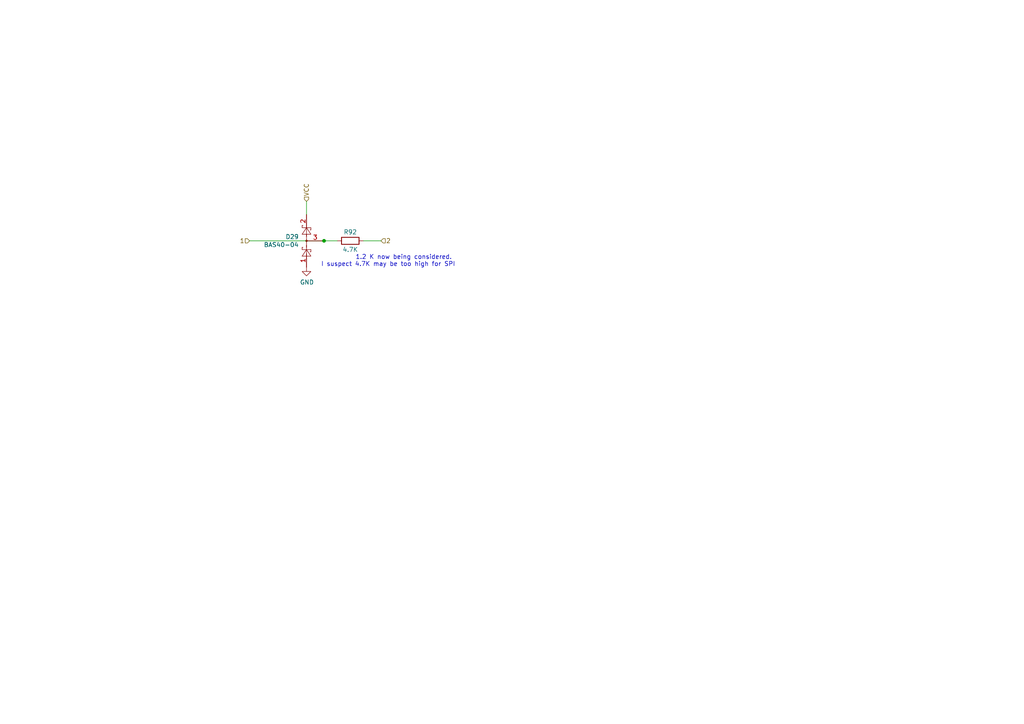
<source format=kicad_sch>
(kicad_sch (version 20211123) (generator eeschema)
  (paper "A4")
  (lib_symbols
    (symbol "Device:R" (pin_numbers hide) (pin_names (offset 0))
      (property "Reference" "R" (at 2.032 0 90))
      (property "Value" "R" (at 0 0 90))
      (symbol "R_0_1"
        (rectangle (start -1.016 -2.54) (end 1.016 2.54) (stroke (width 0.254)))
      )
      (symbol "R_1_1"
        (pin passive line (at 0 3.81 270) (length 1.27) (name "~") (number "1"))
        (pin passive line (at 0 -3.81 90) (length 1.27) (name "~") (number "2"))
      )
    )
    (symbol "Diode:BAS40-04" (pin_names (offset 1.016))
      (property "Reference" "D" (at 0.635 -1.27 0))
      (property "Value" "BAS40-04" (at -6.35 5.715 0))
      (symbol "BAS40-04_0_1"
        (polyline (pts (xy -3.81 2.54) (xy -1.27 2.54)))
        (polyline (pts (xy -3.175 1.27) (xy -3.175 1.524)))
        (polyline (pts (xy -2.54 1.27) (xy -3.175 1.27)))
        (polyline (pts (xy -2.54 1.27) (xy -2.54 3.81)))
        (polyline (pts (xy -2.54 3.81) (xy -1.905 3.81)))
        (polyline (pts (xy -1.905 2.54) (xy 1.905 2.54)))
        (polyline (pts (xy -1.905 3.81) (xy -1.905 3.556)))
        (polyline (pts (xy 1.27 2.54) (xy 3.81 2.54)))
        (polyline (pts (xy 3.175 1.27) (xy 3.175 1.524)))
        (polyline (pts (xy 3.81 1.27) (xy 3.175 1.27)))
        (polyline (pts (xy 3.81 1.27) (xy 3.81 3.81)))
        (polyline (pts (xy 3.81 3.81) (xy 4.445 3.81)))
        (polyline (pts (xy 4.445 3.81) (xy 4.445 3.556)))
        (polyline (pts (xy -4.445 3.81) (xy -4.445 1.27) (xy -2.54 2.54) (xy -4.445 3.81)))
        (polyline (pts (xy 1.905 3.81) (xy 1.905 1.27) (xy 3.81 2.54) (xy 1.905 3.81)))
        (circle (center 0 2.54) (radius 0.254) (fill (type outline)))
      )
      (symbol "BAS40-04_1_1"
        (pin passive line (at -7.62 2.54 0) (length 3.81) (name "~") (number "1"))
        (pin passive line (at 7.62 2.54 180) (length 3.81) (name "~") (number "2"))
        (pin passive line (at 0 -2.54 90) (length 5.08) (name "~") (number "3"))
      )
    )
    (symbol "power:GND" (power) (pin_names (offset 0))
      (property "Value" "GND" (at 0 -3.81 0))
      (symbol "GND_0_1"
        (polyline (pts (xy 0 0) (xy 0 -1.27) (xy 1.27 -1.27) (xy 0 -2.54) (xy -1.27 -1.27) (xy 0 -1.27)))
      )
      (symbol "GND_1_1"
        (pin power_in line (at 0 0 270) (length 0) hide (name "GND") (number "1"))
      )
    )
  )
  (junction (at 93.98 69.85))
  (wire (pts (xy 93.98 69.85) (xy 97.79 69.85)))
  (wire (pts (xy 88.9 62.23) (xy 88.9 58.42)))
  (wire (pts (xy 105.41 69.85) (xy 110.49 69.85)))
  (wire (pts (xy 72.39 69.85) (xy 93.98 69.85)))
  (text "1.2 K now being considered. \nI suspect 4.7K may be too high for SPI" (at 132.08 77.47 0) (effects (font (size 1.27 1.27)) (justify right bottom)))
  (hierarchical_label "VCC" (shape input) (at 88.9 58.42 90))
  (hierarchical_label "1" (shape input) (at 72.39 69.85 180))
  (hierarchical_label "2" (shape input) (at 110.49 69.85 0))
  (symbol (lib_id "Diode:BAS40-04") (at 91.44 69.85 90) (unit 1)
    (property "Reference" "D29" (at 86.6902 68.6816 90) (effects (justify left)))
    (property "Value" "BAS40-04" (at 86.6902 70.993 90) (effects (justify left)))
    (property "Footprint" "Package_TO_SOT_SMD:SOT-23" (effects hide))
    (property "Datasheet" "http://www.vishay.com/docs/85701/bas40v.pdf" (effects hide))
    (property "LCSC" "C255581" (effects hide))
  )
  (symbol (lib_id "Device:R") (at 101.6 69.85 270) (unit 1)
    (property "Reference" "R92" (at 101.6 67.31 90))
    (property "Value" "4.7K" (at 101.6 72.39 90))
    (property "Footprint" "Resistor_SMD:R_0603_1608Metric" (effects hide))
    (property "LCSC" "C23162" (effects hide))
  )
  (symbol (lib_id "power:GND") (at 88.9 77.47 0) (unit 1)
    (property "Reference" "#PWR0145" (effects hide))
    (property "Value" "GND" (at 89.027 81.8642 0))
  )
)
</source>
